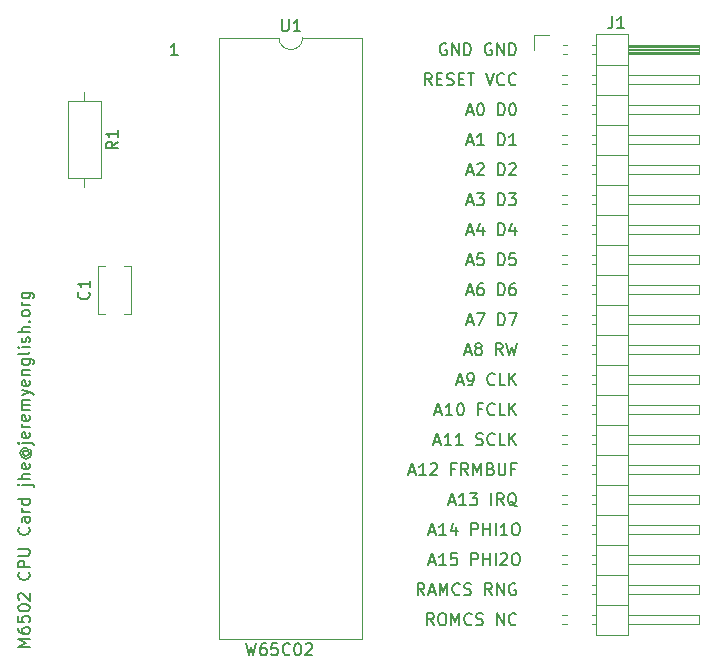
<source format=gto>
G04 #@! TF.GenerationSoftware,KiCad,Pcbnew,(5.1.12)-1*
G04 #@! TF.CreationDate,2022-10-05T17:54:17-05:00*
G04 #@! TF.ProjectId,cpu,6370752e-6b69-4636-9164-5f7063625858,rev?*
G04 #@! TF.SameCoordinates,Original*
G04 #@! TF.FileFunction,Legend,Top*
G04 #@! TF.FilePolarity,Positive*
%FSLAX46Y46*%
G04 Gerber Fmt 4.6, Leading zero omitted, Abs format (unit mm)*
G04 Created by KiCad (PCBNEW (5.1.12)-1) date 2022-10-05 17:54:17*
%MOMM*%
%LPD*%
G01*
G04 APERTURE LIST*
%ADD10C,0.150000*%
%ADD11C,0.120000*%
%ADD12O,1.700000X1.700000*%
%ADD13R,1.700000X1.700000*%
%ADD14C,1.600000*%
%ADD15O,1.600000X1.600000*%
%ADD16R,2.400000X1.600000*%
%ADD17O,2.400000X1.600000*%
G04 APERTURE END LIST*
D10*
X146429642Y-96972380D02*
X146096309Y-96496190D01*
X145858214Y-96972380D02*
X145858214Y-95972380D01*
X146239166Y-95972380D01*
X146334404Y-96020000D01*
X146382023Y-96067619D01*
X146429642Y-96162857D01*
X146429642Y-96305714D01*
X146382023Y-96400952D01*
X146334404Y-96448571D01*
X146239166Y-96496190D01*
X145858214Y-96496190D01*
X147048690Y-95972380D02*
X147239166Y-95972380D01*
X147334404Y-96020000D01*
X147429642Y-96115238D01*
X147477261Y-96305714D01*
X147477261Y-96639047D01*
X147429642Y-96829523D01*
X147334404Y-96924761D01*
X147239166Y-96972380D01*
X147048690Y-96972380D01*
X146953452Y-96924761D01*
X146858214Y-96829523D01*
X146810595Y-96639047D01*
X146810595Y-96305714D01*
X146858214Y-96115238D01*
X146953452Y-96020000D01*
X147048690Y-95972380D01*
X147905833Y-96972380D02*
X147905833Y-95972380D01*
X148239166Y-96686666D01*
X148572500Y-95972380D01*
X148572500Y-96972380D01*
X149620119Y-96877142D02*
X149572500Y-96924761D01*
X149429642Y-96972380D01*
X149334404Y-96972380D01*
X149191547Y-96924761D01*
X149096309Y-96829523D01*
X149048690Y-96734285D01*
X149001071Y-96543809D01*
X149001071Y-96400952D01*
X149048690Y-96210476D01*
X149096309Y-96115238D01*
X149191547Y-96020000D01*
X149334404Y-95972380D01*
X149429642Y-95972380D01*
X149572500Y-96020000D01*
X149620119Y-96067619D01*
X150001071Y-96924761D02*
X150143928Y-96972380D01*
X150382023Y-96972380D01*
X150477261Y-96924761D01*
X150524880Y-96877142D01*
X150572500Y-96781904D01*
X150572500Y-96686666D01*
X150524880Y-96591428D01*
X150477261Y-96543809D01*
X150382023Y-96496190D01*
X150191547Y-96448571D01*
X150096309Y-96400952D01*
X150048690Y-96353333D01*
X150001071Y-96258095D01*
X150001071Y-96162857D01*
X150048690Y-96067619D01*
X150096309Y-96020000D01*
X150191547Y-95972380D01*
X150429642Y-95972380D01*
X150572500Y-96020000D01*
X151762976Y-96972380D02*
X151762976Y-95972380D01*
X152334404Y-96972380D01*
X152334404Y-95972380D01*
X153382023Y-96877142D02*
X153334404Y-96924761D01*
X153191547Y-96972380D01*
X153096309Y-96972380D01*
X152953452Y-96924761D01*
X152858214Y-96829523D01*
X152810595Y-96734285D01*
X152762976Y-96543809D01*
X152762976Y-96400952D01*
X152810595Y-96210476D01*
X152858214Y-96115238D01*
X152953452Y-96020000D01*
X153096309Y-95972380D01*
X153191547Y-95972380D01*
X153334404Y-96020000D01*
X153382023Y-96067619D01*
X147715357Y-86526666D02*
X148191547Y-86526666D01*
X147620119Y-86812380D02*
X147953452Y-85812380D01*
X148286785Y-86812380D01*
X149143928Y-86812380D02*
X148572500Y-86812380D01*
X148858214Y-86812380D02*
X148858214Y-85812380D01*
X148762976Y-85955238D01*
X148667738Y-86050476D01*
X148572500Y-86098095D01*
X149477261Y-85812380D02*
X150096309Y-85812380D01*
X149762976Y-86193333D01*
X149905833Y-86193333D01*
X150001071Y-86240952D01*
X150048690Y-86288571D01*
X150096309Y-86383809D01*
X150096309Y-86621904D01*
X150048690Y-86717142D01*
X150001071Y-86764761D01*
X149905833Y-86812380D01*
X149620119Y-86812380D01*
X149524880Y-86764761D01*
X149477261Y-86717142D01*
X151286785Y-86812380D02*
X151286785Y-85812380D01*
X152334404Y-86812380D02*
X152001071Y-86336190D01*
X151762976Y-86812380D02*
X151762976Y-85812380D01*
X152143928Y-85812380D01*
X152239166Y-85860000D01*
X152286785Y-85907619D01*
X152334404Y-86002857D01*
X152334404Y-86145714D01*
X152286785Y-86240952D01*
X152239166Y-86288571D01*
X152143928Y-86336190D01*
X151762976Y-86336190D01*
X153429642Y-86907619D02*
X153334404Y-86860000D01*
X153239166Y-86764761D01*
X153096309Y-86621904D01*
X153001071Y-86574285D01*
X152905833Y-86574285D01*
X152953452Y-86812380D02*
X152858214Y-86764761D01*
X152762976Y-86669523D01*
X152715357Y-86479047D01*
X152715357Y-86145714D01*
X152762976Y-85955238D01*
X152858214Y-85860000D01*
X152953452Y-85812380D01*
X153143928Y-85812380D01*
X153239166Y-85860000D01*
X153334404Y-85955238D01*
X153382023Y-86145714D01*
X153382023Y-86479047D01*
X153334404Y-86669523D01*
X153239166Y-86764761D01*
X153143928Y-86812380D01*
X152953452Y-86812380D01*
X144334404Y-83986666D02*
X144810595Y-83986666D01*
X144239166Y-84272380D02*
X144572500Y-83272380D01*
X144905833Y-84272380D01*
X145762976Y-84272380D02*
X145191547Y-84272380D01*
X145477261Y-84272380D02*
X145477261Y-83272380D01*
X145382023Y-83415238D01*
X145286785Y-83510476D01*
X145191547Y-83558095D01*
X146143928Y-83367619D02*
X146191547Y-83320000D01*
X146286785Y-83272380D01*
X146524880Y-83272380D01*
X146620119Y-83320000D01*
X146667738Y-83367619D01*
X146715357Y-83462857D01*
X146715357Y-83558095D01*
X146667738Y-83700952D01*
X146096309Y-84272380D01*
X146715357Y-84272380D01*
X148239166Y-83748571D02*
X147905833Y-83748571D01*
X147905833Y-84272380D02*
X147905833Y-83272380D01*
X148382023Y-83272380D01*
X149334404Y-84272380D02*
X149001071Y-83796190D01*
X148762976Y-84272380D02*
X148762976Y-83272380D01*
X149143928Y-83272380D01*
X149239166Y-83320000D01*
X149286785Y-83367619D01*
X149334404Y-83462857D01*
X149334404Y-83605714D01*
X149286785Y-83700952D01*
X149239166Y-83748571D01*
X149143928Y-83796190D01*
X148762976Y-83796190D01*
X149762976Y-84272380D02*
X149762976Y-83272380D01*
X150096309Y-83986666D01*
X150429642Y-83272380D01*
X150429642Y-84272380D01*
X151239166Y-83748571D02*
X151382023Y-83796190D01*
X151429642Y-83843809D01*
X151477261Y-83939047D01*
X151477261Y-84081904D01*
X151429642Y-84177142D01*
X151382023Y-84224761D01*
X151286785Y-84272380D01*
X150905833Y-84272380D01*
X150905833Y-83272380D01*
X151239166Y-83272380D01*
X151334404Y-83320000D01*
X151382023Y-83367619D01*
X151429642Y-83462857D01*
X151429642Y-83558095D01*
X151382023Y-83653333D01*
X151334404Y-83700952D01*
X151239166Y-83748571D01*
X150905833Y-83748571D01*
X151905833Y-83272380D02*
X151905833Y-84081904D01*
X151953452Y-84177142D01*
X152001071Y-84224761D01*
X152096309Y-84272380D01*
X152286785Y-84272380D01*
X152382023Y-84224761D01*
X152429642Y-84177142D01*
X152477261Y-84081904D01*
X152477261Y-83272380D01*
X153286785Y-83748571D02*
X152953452Y-83748571D01*
X152953452Y-84272380D02*
X152953452Y-83272380D01*
X153429642Y-83272380D01*
X145620119Y-94432380D02*
X145286785Y-93956190D01*
X145048690Y-94432380D02*
X145048690Y-93432380D01*
X145429642Y-93432380D01*
X145524880Y-93480000D01*
X145572500Y-93527619D01*
X145620119Y-93622857D01*
X145620119Y-93765714D01*
X145572500Y-93860952D01*
X145524880Y-93908571D01*
X145429642Y-93956190D01*
X145048690Y-93956190D01*
X146001071Y-94146666D02*
X146477261Y-94146666D01*
X145905833Y-94432380D02*
X146239166Y-93432380D01*
X146572500Y-94432380D01*
X146905833Y-94432380D02*
X146905833Y-93432380D01*
X147239166Y-94146666D01*
X147572500Y-93432380D01*
X147572500Y-94432380D01*
X148620119Y-94337142D02*
X148572500Y-94384761D01*
X148429642Y-94432380D01*
X148334404Y-94432380D01*
X148191547Y-94384761D01*
X148096309Y-94289523D01*
X148048690Y-94194285D01*
X148001071Y-94003809D01*
X148001071Y-93860952D01*
X148048690Y-93670476D01*
X148096309Y-93575238D01*
X148191547Y-93480000D01*
X148334404Y-93432380D01*
X148429642Y-93432380D01*
X148572500Y-93480000D01*
X148620119Y-93527619D01*
X149001071Y-94384761D02*
X149143928Y-94432380D01*
X149382023Y-94432380D01*
X149477261Y-94384761D01*
X149524880Y-94337142D01*
X149572500Y-94241904D01*
X149572500Y-94146666D01*
X149524880Y-94051428D01*
X149477261Y-94003809D01*
X149382023Y-93956190D01*
X149191547Y-93908571D01*
X149096309Y-93860952D01*
X149048690Y-93813333D01*
X149001071Y-93718095D01*
X149001071Y-93622857D01*
X149048690Y-93527619D01*
X149096309Y-93480000D01*
X149191547Y-93432380D01*
X149429642Y-93432380D01*
X149572500Y-93480000D01*
X151334404Y-94432380D02*
X151001071Y-93956190D01*
X150762976Y-94432380D02*
X150762976Y-93432380D01*
X151143928Y-93432380D01*
X151239166Y-93480000D01*
X151286785Y-93527619D01*
X151334404Y-93622857D01*
X151334404Y-93765714D01*
X151286785Y-93860952D01*
X151239166Y-93908571D01*
X151143928Y-93956190D01*
X150762976Y-93956190D01*
X151762976Y-94432380D02*
X151762976Y-93432380D01*
X152334404Y-94432380D01*
X152334404Y-93432380D01*
X153334404Y-93480000D02*
X153239166Y-93432380D01*
X153096309Y-93432380D01*
X152953452Y-93480000D01*
X152858214Y-93575238D01*
X152810595Y-93670476D01*
X152762976Y-93860952D01*
X152762976Y-94003809D01*
X152810595Y-94194285D01*
X152858214Y-94289523D01*
X152953452Y-94384761D01*
X153096309Y-94432380D01*
X153191547Y-94432380D01*
X153334404Y-94384761D01*
X153382023Y-94337142D01*
X153382023Y-94003809D01*
X153191547Y-94003809D01*
X146026666Y-91606666D02*
X146502857Y-91606666D01*
X145931428Y-91892380D02*
X146264761Y-90892380D01*
X146598095Y-91892380D01*
X147455238Y-91892380D02*
X146883809Y-91892380D01*
X147169523Y-91892380D02*
X147169523Y-90892380D01*
X147074285Y-91035238D01*
X146979047Y-91130476D01*
X146883809Y-91178095D01*
X148360000Y-90892380D02*
X147883809Y-90892380D01*
X147836190Y-91368571D01*
X147883809Y-91320952D01*
X147979047Y-91273333D01*
X148217142Y-91273333D01*
X148312380Y-91320952D01*
X148360000Y-91368571D01*
X148407619Y-91463809D01*
X148407619Y-91701904D01*
X148360000Y-91797142D01*
X148312380Y-91844761D01*
X148217142Y-91892380D01*
X147979047Y-91892380D01*
X147883809Y-91844761D01*
X147836190Y-91797142D01*
X149598095Y-91892380D02*
X149598095Y-90892380D01*
X149979047Y-90892380D01*
X150074285Y-90940000D01*
X150121904Y-90987619D01*
X150169523Y-91082857D01*
X150169523Y-91225714D01*
X150121904Y-91320952D01*
X150074285Y-91368571D01*
X149979047Y-91416190D01*
X149598095Y-91416190D01*
X150598095Y-91892380D02*
X150598095Y-90892380D01*
X150598095Y-91368571D02*
X151169523Y-91368571D01*
X151169523Y-91892380D02*
X151169523Y-90892380D01*
X151645714Y-91892380D02*
X151645714Y-90892380D01*
X152074285Y-90987619D02*
X152121904Y-90940000D01*
X152217142Y-90892380D01*
X152455238Y-90892380D01*
X152550476Y-90940000D01*
X152598095Y-90987619D01*
X152645714Y-91082857D01*
X152645714Y-91178095D01*
X152598095Y-91320952D01*
X152026666Y-91892380D01*
X152645714Y-91892380D01*
X153264761Y-90892380D02*
X153455238Y-90892380D01*
X153550476Y-90940000D01*
X153645714Y-91035238D01*
X153693333Y-91225714D01*
X153693333Y-91559047D01*
X153645714Y-91749523D01*
X153550476Y-91844761D01*
X153455238Y-91892380D01*
X153264761Y-91892380D01*
X153169523Y-91844761D01*
X153074285Y-91749523D01*
X153026666Y-91559047D01*
X153026666Y-91225714D01*
X153074285Y-91035238D01*
X153169523Y-90940000D01*
X153264761Y-90892380D01*
X146026666Y-89066666D02*
X146502857Y-89066666D01*
X145931428Y-89352380D02*
X146264761Y-88352380D01*
X146598095Y-89352380D01*
X147455238Y-89352380D02*
X146883809Y-89352380D01*
X147169523Y-89352380D02*
X147169523Y-88352380D01*
X147074285Y-88495238D01*
X146979047Y-88590476D01*
X146883809Y-88638095D01*
X148312380Y-88685714D02*
X148312380Y-89352380D01*
X148074285Y-88304761D02*
X147836190Y-89019047D01*
X148455238Y-89019047D01*
X149598095Y-89352380D02*
X149598095Y-88352380D01*
X149979047Y-88352380D01*
X150074285Y-88400000D01*
X150121904Y-88447619D01*
X150169523Y-88542857D01*
X150169523Y-88685714D01*
X150121904Y-88780952D01*
X150074285Y-88828571D01*
X149979047Y-88876190D01*
X149598095Y-88876190D01*
X150598095Y-89352380D02*
X150598095Y-88352380D01*
X150598095Y-88828571D02*
X151169523Y-88828571D01*
X151169523Y-89352380D02*
X151169523Y-88352380D01*
X151645714Y-89352380D02*
X151645714Y-88352380D01*
X152645714Y-89352380D02*
X152074285Y-89352380D01*
X152360000Y-89352380D02*
X152360000Y-88352380D01*
X152264761Y-88495238D01*
X152169523Y-88590476D01*
X152074285Y-88638095D01*
X153264761Y-88352380D02*
X153455238Y-88352380D01*
X153550476Y-88400000D01*
X153645714Y-88495238D01*
X153693333Y-88685714D01*
X153693333Y-89019047D01*
X153645714Y-89209523D01*
X153550476Y-89304761D01*
X153455238Y-89352380D01*
X153264761Y-89352380D01*
X153169523Y-89304761D01*
X153074285Y-89209523D01*
X153026666Y-89019047D01*
X153026666Y-88685714D01*
X153074285Y-88495238D01*
X153169523Y-88400000D01*
X153264761Y-88352380D01*
X146477261Y-81446666D02*
X146953452Y-81446666D01*
X146382023Y-81732380D02*
X146715357Y-80732380D01*
X147048690Y-81732380D01*
X147905833Y-81732380D02*
X147334404Y-81732380D01*
X147620119Y-81732380D02*
X147620119Y-80732380D01*
X147524880Y-80875238D01*
X147429642Y-80970476D01*
X147334404Y-81018095D01*
X148858214Y-81732380D02*
X148286785Y-81732380D01*
X148572500Y-81732380D02*
X148572500Y-80732380D01*
X148477261Y-80875238D01*
X148382023Y-80970476D01*
X148286785Y-81018095D01*
X150001071Y-81684761D02*
X150143928Y-81732380D01*
X150382023Y-81732380D01*
X150477261Y-81684761D01*
X150524880Y-81637142D01*
X150572500Y-81541904D01*
X150572500Y-81446666D01*
X150524880Y-81351428D01*
X150477261Y-81303809D01*
X150382023Y-81256190D01*
X150191547Y-81208571D01*
X150096309Y-81160952D01*
X150048690Y-81113333D01*
X150001071Y-81018095D01*
X150001071Y-80922857D01*
X150048690Y-80827619D01*
X150096309Y-80780000D01*
X150191547Y-80732380D01*
X150429642Y-80732380D01*
X150572500Y-80780000D01*
X151572500Y-81637142D02*
X151524880Y-81684761D01*
X151382023Y-81732380D01*
X151286785Y-81732380D01*
X151143928Y-81684761D01*
X151048690Y-81589523D01*
X151001071Y-81494285D01*
X150953452Y-81303809D01*
X150953452Y-81160952D01*
X151001071Y-80970476D01*
X151048690Y-80875238D01*
X151143928Y-80780000D01*
X151286785Y-80732380D01*
X151382023Y-80732380D01*
X151524880Y-80780000D01*
X151572500Y-80827619D01*
X152477261Y-81732380D02*
X152001071Y-81732380D01*
X152001071Y-80732380D01*
X152810595Y-81732380D02*
X152810595Y-80732380D01*
X153382023Y-81732380D02*
X152953452Y-81160952D01*
X153382023Y-80732380D02*
X152810595Y-81303809D01*
X146572500Y-78906666D02*
X147048690Y-78906666D01*
X146477261Y-79192380D02*
X146810595Y-78192380D01*
X147143928Y-79192380D01*
X148001071Y-79192380D02*
X147429642Y-79192380D01*
X147715357Y-79192380D02*
X147715357Y-78192380D01*
X147620119Y-78335238D01*
X147524880Y-78430476D01*
X147429642Y-78478095D01*
X148620119Y-78192380D02*
X148715357Y-78192380D01*
X148810595Y-78240000D01*
X148858214Y-78287619D01*
X148905833Y-78382857D01*
X148953452Y-78573333D01*
X148953452Y-78811428D01*
X148905833Y-79001904D01*
X148858214Y-79097142D01*
X148810595Y-79144761D01*
X148715357Y-79192380D01*
X148620119Y-79192380D01*
X148524880Y-79144761D01*
X148477261Y-79097142D01*
X148429642Y-79001904D01*
X148382023Y-78811428D01*
X148382023Y-78573333D01*
X148429642Y-78382857D01*
X148477261Y-78287619D01*
X148524880Y-78240000D01*
X148620119Y-78192380D01*
X150477261Y-78668571D02*
X150143928Y-78668571D01*
X150143928Y-79192380D02*
X150143928Y-78192380D01*
X150620119Y-78192380D01*
X151572500Y-79097142D02*
X151524880Y-79144761D01*
X151382023Y-79192380D01*
X151286785Y-79192380D01*
X151143928Y-79144761D01*
X151048690Y-79049523D01*
X151001071Y-78954285D01*
X150953452Y-78763809D01*
X150953452Y-78620952D01*
X151001071Y-78430476D01*
X151048690Y-78335238D01*
X151143928Y-78240000D01*
X151286785Y-78192380D01*
X151382023Y-78192380D01*
X151524880Y-78240000D01*
X151572500Y-78287619D01*
X152477261Y-79192380D02*
X152001071Y-79192380D01*
X152001071Y-78192380D01*
X152810595Y-79192380D02*
X152810595Y-78192380D01*
X153382023Y-79192380D02*
X152953452Y-78620952D01*
X153382023Y-78192380D02*
X152810595Y-78763809D01*
X148382023Y-76366666D02*
X148858214Y-76366666D01*
X148286785Y-76652380D02*
X148620119Y-75652380D01*
X148953452Y-76652380D01*
X149334404Y-76652380D02*
X149524880Y-76652380D01*
X149620119Y-76604761D01*
X149667738Y-76557142D01*
X149762976Y-76414285D01*
X149810595Y-76223809D01*
X149810595Y-75842857D01*
X149762976Y-75747619D01*
X149715357Y-75700000D01*
X149620119Y-75652380D01*
X149429642Y-75652380D01*
X149334404Y-75700000D01*
X149286785Y-75747619D01*
X149239166Y-75842857D01*
X149239166Y-76080952D01*
X149286785Y-76176190D01*
X149334404Y-76223809D01*
X149429642Y-76271428D01*
X149620119Y-76271428D01*
X149715357Y-76223809D01*
X149762976Y-76176190D01*
X149810595Y-76080952D01*
X151572500Y-76557142D02*
X151524880Y-76604761D01*
X151382023Y-76652380D01*
X151286785Y-76652380D01*
X151143928Y-76604761D01*
X151048690Y-76509523D01*
X151001071Y-76414285D01*
X150953452Y-76223809D01*
X150953452Y-76080952D01*
X151001071Y-75890476D01*
X151048690Y-75795238D01*
X151143928Y-75700000D01*
X151286785Y-75652380D01*
X151382023Y-75652380D01*
X151524880Y-75700000D01*
X151572500Y-75747619D01*
X152477261Y-76652380D02*
X152001071Y-76652380D01*
X152001071Y-75652380D01*
X152810595Y-76652380D02*
X152810595Y-75652380D01*
X153382023Y-76652380D02*
X152953452Y-76080952D01*
X153382023Y-75652380D02*
X152810595Y-76223809D01*
X149048690Y-73826666D02*
X149524880Y-73826666D01*
X148953452Y-74112380D02*
X149286785Y-73112380D01*
X149620119Y-74112380D01*
X150096309Y-73540952D02*
X150001071Y-73493333D01*
X149953452Y-73445714D01*
X149905833Y-73350476D01*
X149905833Y-73302857D01*
X149953452Y-73207619D01*
X150001071Y-73160000D01*
X150096309Y-73112380D01*
X150286785Y-73112380D01*
X150382023Y-73160000D01*
X150429642Y-73207619D01*
X150477261Y-73302857D01*
X150477261Y-73350476D01*
X150429642Y-73445714D01*
X150382023Y-73493333D01*
X150286785Y-73540952D01*
X150096309Y-73540952D01*
X150001071Y-73588571D01*
X149953452Y-73636190D01*
X149905833Y-73731428D01*
X149905833Y-73921904D01*
X149953452Y-74017142D01*
X150001071Y-74064761D01*
X150096309Y-74112380D01*
X150286785Y-74112380D01*
X150382023Y-74064761D01*
X150429642Y-74017142D01*
X150477261Y-73921904D01*
X150477261Y-73731428D01*
X150429642Y-73636190D01*
X150382023Y-73588571D01*
X150286785Y-73540952D01*
X152239166Y-74112380D02*
X151905833Y-73636190D01*
X151667738Y-74112380D02*
X151667738Y-73112380D01*
X152048690Y-73112380D01*
X152143928Y-73160000D01*
X152191547Y-73207619D01*
X152239166Y-73302857D01*
X152239166Y-73445714D01*
X152191547Y-73540952D01*
X152143928Y-73588571D01*
X152048690Y-73636190D01*
X151667738Y-73636190D01*
X152572500Y-73112380D02*
X152810595Y-74112380D01*
X153001071Y-73398095D01*
X153191547Y-74112380D01*
X153429642Y-73112380D01*
X149239166Y-71286666D02*
X149715357Y-71286666D01*
X149143928Y-71572380D02*
X149477261Y-70572380D01*
X149810595Y-71572380D01*
X150048690Y-70572380D02*
X150715357Y-70572380D01*
X150286785Y-71572380D01*
X151858214Y-71572380D02*
X151858214Y-70572380D01*
X152096309Y-70572380D01*
X152239166Y-70620000D01*
X152334404Y-70715238D01*
X152382023Y-70810476D01*
X152429642Y-71000952D01*
X152429642Y-71143809D01*
X152382023Y-71334285D01*
X152334404Y-71429523D01*
X152239166Y-71524761D01*
X152096309Y-71572380D01*
X151858214Y-71572380D01*
X152762976Y-70572380D02*
X153429642Y-70572380D01*
X153001071Y-71572380D01*
X149239166Y-68746666D02*
X149715357Y-68746666D01*
X149143928Y-69032380D02*
X149477261Y-68032380D01*
X149810595Y-69032380D01*
X150572500Y-68032380D02*
X150382023Y-68032380D01*
X150286785Y-68080000D01*
X150239166Y-68127619D01*
X150143928Y-68270476D01*
X150096309Y-68460952D01*
X150096309Y-68841904D01*
X150143928Y-68937142D01*
X150191547Y-68984761D01*
X150286785Y-69032380D01*
X150477261Y-69032380D01*
X150572500Y-68984761D01*
X150620119Y-68937142D01*
X150667738Y-68841904D01*
X150667738Y-68603809D01*
X150620119Y-68508571D01*
X150572500Y-68460952D01*
X150477261Y-68413333D01*
X150286785Y-68413333D01*
X150191547Y-68460952D01*
X150143928Y-68508571D01*
X150096309Y-68603809D01*
X151858214Y-69032380D02*
X151858214Y-68032380D01*
X152096309Y-68032380D01*
X152239166Y-68080000D01*
X152334404Y-68175238D01*
X152382023Y-68270476D01*
X152429642Y-68460952D01*
X152429642Y-68603809D01*
X152382023Y-68794285D01*
X152334404Y-68889523D01*
X152239166Y-68984761D01*
X152096309Y-69032380D01*
X151858214Y-69032380D01*
X153286785Y-68032380D02*
X153096309Y-68032380D01*
X153001071Y-68080000D01*
X152953452Y-68127619D01*
X152858214Y-68270476D01*
X152810595Y-68460952D01*
X152810595Y-68841904D01*
X152858214Y-68937142D01*
X152905833Y-68984761D01*
X153001071Y-69032380D01*
X153191547Y-69032380D01*
X153286785Y-68984761D01*
X153334404Y-68937142D01*
X153382023Y-68841904D01*
X153382023Y-68603809D01*
X153334404Y-68508571D01*
X153286785Y-68460952D01*
X153191547Y-68413333D01*
X153001071Y-68413333D01*
X152905833Y-68460952D01*
X152858214Y-68508571D01*
X152810595Y-68603809D01*
X149239166Y-66206666D02*
X149715357Y-66206666D01*
X149143928Y-66492380D02*
X149477261Y-65492380D01*
X149810595Y-66492380D01*
X150620119Y-65492380D02*
X150143928Y-65492380D01*
X150096309Y-65968571D01*
X150143928Y-65920952D01*
X150239166Y-65873333D01*
X150477261Y-65873333D01*
X150572500Y-65920952D01*
X150620119Y-65968571D01*
X150667738Y-66063809D01*
X150667738Y-66301904D01*
X150620119Y-66397142D01*
X150572500Y-66444761D01*
X150477261Y-66492380D01*
X150239166Y-66492380D01*
X150143928Y-66444761D01*
X150096309Y-66397142D01*
X151858214Y-66492380D02*
X151858214Y-65492380D01*
X152096309Y-65492380D01*
X152239166Y-65540000D01*
X152334404Y-65635238D01*
X152382023Y-65730476D01*
X152429642Y-65920952D01*
X152429642Y-66063809D01*
X152382023Y-66254285D01*
X152334404Y-66349523D01*
X152239166Y-66444761D01*
X152096309Y-66492380D01*
X151858214Y-66492380D01*
X153334404Y-65492380D02*
X152858214Y-65492380D01*
X152810595Y-65968571D01*
X152858214Y-65920952D01*
X152953452Y-65873333D01*
X153191547Y-65873333D01*
X153286785Y-65920952D01*
X153334404Y-65968571D01*
X153382023Y-66063809D01*
X153382023Y-66301904D01*
X153334404Y-66397142D01*
X153286785Y-66444761D01*
X153191547Y-66492380D01*
X152953452Y-66492380D01*
X152858214Y-66444761D01*
X152810595Y-66397142D01*
X149239166Y-63666666D02*
X149715357Y-63666666D01*
X149143928Y-63952380D02*
X149477261Y-62952380D01*
X149810595Y-63952380D01*
X150572500Y-63285714D02*
X150572500Y-63952380D01*
X150334404Y-62904761D02*
X150096309Y-63619047D01*
X150715357Y-63619047D01*
X151858214Y-63952380D02*
X151858214Y-62952380D01*
X152096309Y-62952380D01*
X152239166Y-63000000D01*
X152334404Y-63095238D01*
X152382023Y-63190476D01*
X152429642Y-63380952D01*
X152429642Y-63523809D01*
X152382023Y-63714285D01*
X152334404Y-63809523D01*
X152239166Y-63904761D01*
X152096309Y-63952380D01*
X151858214Y-63952380D01*
X153286785Y-63285714D02*
X153286785Y-63952380D01*
X153048690Y-62904761D02*
X152810595Y-63619047D01*
X153429642Y-63619047D01*
X149239166Y-61126666D02*
X149715357Y-61126666D01*
X149143928Y-61412380D02*
X149477261Y-60412380D01*
X149810595Y-61412380D01*
X150048690Y-60412380D02*
X150667738Y-60412380D01*
X150334404Y-60793333D01*
X150477261Y-60793333D01*
X150572500Y-60840952D01*
X150620119Y-60888571D01*
X150667738Y-60983809D01*
X150667738Y-61221904D01*
X150620119Y-61317142D01*
X150572500Y-61364761D01*
X150477261Y-61412380D01*
X150191547Y-61412380D01*
X150096309Y-61364761D01*
X150048690Y-61317142D01*
X151858214Y-61412380D02*
X151858214Y-60412380D01*
X152096309Y-60412380D01*
X152239166Y-60460000D01*
X152334404Y-60555238D01*
X152382023Y-60650476D01*
X152429642Y-60840952D01*
X152429642Y-60983809D01*
X152382023Y-61174285D01*
X152334404Y-61269523D01*
X152239166Y-61364761D01*
X152096309Y-61412380D01*
X151858214Y-61412380D01*
X152762976Y-60412380D02*
X153382023Y-60412380D01*
X153048690Y-60793333D01*
X153191547Y-60793333D01*
X153286785Y-60840952D01*
X153334404Y-60888571D01*
X153382023Y-60983809D01*
X153382023Y-61221904D01*
X153334404Y-61317142D01*
X153286785Y-61364761D01*
X153191547Y-61412380D01*
X152905833Y-61412380D01*
X152810595Y-61364761D01*
X152762976Y-61317142D01*
X149239166Y-58586666D02*
X149715357Y-58586666D01*
X149143928Y-58872380D02*
X149477261Y-57872380D01*
X149810595Y-58872380D01*
X150096309Y-57967619D02*
X150143928Y-57920000D01*
X150239166Y-57872380D01*
X150477261Y-57872380D01*
X150572500Y-57920000D01*
X150620119Y-57967619D01*
X150667738Y-58062857D01*
X150667738Y-58158095D01*
X150620119Y-58300952D01*
X150048690Y-58872380D01*
X150667738Y-58872380D01*
X151858214Y-58872380D02*
X151858214Y-57872380D01*
X152096309Y-57872380D01*
X152239166Y-57920000D01*
X152334404Y-58015238D01*
X152382023Y-58110476D01*
X152429642Y-58300952D01*
X152429642Y-58443809D01*
X152382023Y-58634285D01*
X152334404Y-58729523D01*
X152239166Y-58824761D01*
X152096309Y-58872380D01*
X151858214Y-58872380D01*
X152810595Y-57967619D02*
X152858214Y-57920000D01*
X152953452Y-57872380D01*
X153191547Y-57872380D01*
X153286785Y-57920000D01*
X153334404Y-57967619D01*
X153382023Y-58062857D01*
X153382023Y-58158095D01*
X153334404Y-58300952D01*
X152762976Y-58872380D01*
X153382023Y-58872380D01*
X149239166Y-56046666D02*
X149715357Y-56046666D01*
X149143928Y-56332380D02*
X149477261Y-55332380D01*
X149810595Y-56332380D01*
X150667738Y-56332380D02*
X150096309Y-56332380D01*
X150382023Y-56332380D02*
X150382023Y-55332380D01*
X150286785Y-55475238D01*
X150191547Y-55570476D01*
X150096309Y-55618095D01*
X151858214Y-56332380D02*
X151858214Y-55332380D01*
X152096309Y-55332380D01*
X152239166Y-55380000D01*
X152334404Y-55475238D01*
X152382023Y-55570476D01*
X152429642Y-55760952D01*
X152429642Y-55903809D01*
X152382023Y-56094285D01*
X152334404Y-56189523D01*
X152239166Y-56284761D01*
X152096309Y-56332380D01*
X151858214Y-56332380D01*
X153382023Y-56332380D02*
X152810595Y-56332380D01*
X153096309Y-56332380D02*
X153096309Y-55332380D01*
X153001071Y-55475238D01*
X152905833Y-55570476D01*
X152810595Y-55618095D01*
X149239166Y-53506666D02*
X149715357Y-53506666D01*
X149143928Y-53792380D02*
X149477261Y-52792380D01*
X149810595Y-53792380D01*
X150334404Y-52792380D02*
X150429642Y-52792380D01*
X150524880Y-52840000D01*
X150572500Y-52887619D01*
X150620119Y-52982857D01*
X150667738Y-53173333D01*
X150667738Y-53411428D01*
X150620119Y-53601904D01*
X150572500Y-53697142D01*
X150524880Y-53744761D01*
X150429642Y-53792380D01*
X150334404Y-53792380D01*
X150239166Y-53744761D01*
X150191547Y-53697142D01*
X150143928Y-53601904D01*
X150096309Y-53411428D01*
X150096309Y-53173333D01*
X150143928Y-52982857D01*
X150191547Y-52887619D01*
X150239166Y-52840000D01*
X150334404Y-52792380D01*
X151858214Y-53792380D02*
X151858214Y-52792380D01*
X152096309Y-52792380D01*
X152239166Y-52840000D01*
X152334404Y-52935238D01*
X152382023Y-53030476D01*
X152429642Y-53220952D01*
X152429642Y-53363809D01*
X152382023Y-53554285D01*
X152334404Y-53649523D01*
X152239166Y-53744761D01*
X152096309Y-53792380D01*
X151858214Y-53792380D01*
X153048690Y-52792380D02*
X153143928Y-52792380D01*
X153239166Y-52840000D01*
X153286785Y-52887619D01*
X153334404Y-52982857D01*
X153382023Y-53173333D01*
X153382023Y-53411428D01*
X153334404Y-53601904D01*
X153286785Y-53697142D01*
X153239166Y-53744761D01*
X153143928Y-53792380D01*
X153048690Y-53792380D01*
X152953452Y-53744761D01*
X152905833Y-53697142D01*
X152858214Y-53601904D01*
X152810595Y-53411428D01*
X152810595Y-53173333D01*
X152858214Y-52982857D01*
X152905833Y-52887619D01*
X152953452Y-52840000D01*
X153048690Y-52792380D01*
X146239166Y-51252380D02*
X145905833Y-50776190D01*
X145667738Y-51252380D02*
X145667738Y-50252380D01*
X146048690Y-50252380D01*
X146143928Y-50300000D01*
X146191547Y-50347619D01*
X146239166Y-50442857D01*
X146239166Y-50585714D01*
X146191547Y-50680952D01*
X146143928Y-50728571D01*
X146048690Y-50776190D01*
X145667738Y-50776190D01*
X146667738Y-50728571D02*
X147001071Y-50728571D01*
X147143928Y-51252380D02*
X146667738Y-51252380D01*
X146667738Y-50252380D01*
X147143928Y-50252380D01*
X147524880Y-51204761D02*
X147667738Y-51252380D01*
X147905833Y-51252380D01*
X148001071Y-51204761D01*
X148048690Y-51157142D01*
X148096309Y-51061904D01*
X148096309Y-50966666D01*
X148048690Y-50871428D01*
X148001071Y-50823809D01*
X147905833Y-50776190D01*
X147715357Y-50728571D01*
X147620119Y-50680952D01*
X147572500Y-50633333D01*
X147524880Y-50538095D01*
X147524880Y-50442857D01*
X147572500Y-50347619D01*
X147620119Y-50300000D01*
X147715357Y-50252380D01*
X147953452Y-50252380D01*
X148096309Y-50300000D01*
X148524880Y-50728571D02*
X148858214Y-50728571D01*
X149001071Y-51252380D02*
X148524880Y-51252380D01*
X148524880Y-50252380D01*
X149001071Y-50252380D01*
X149286785Y-50252380D02*
X149858214Y-50252380D01*
X149572500Y-51252380D02*
X149572500Y-50252380D01*
X150810595Y-50252380D02*
X151143928Y-51252380D01*
X151477261Y-50252380D01*
X152382023Y-51157142D02*
X152334404Y-51204761D01*
X152191547Y-51252380D01*
X152096309Y-51252380D01*
X151953452Y-51204761D01*
X151858214Y-51109523D01*
X151810595Y-51014285D01*
X151762976Y-50823809D01*
X151762976Y-50680952D01*
X151810595Y-50490476D01*
X151858214Y-50395238D01*
X151953452Y-50300000D01*
X152096309Y-50252380D01*
X152191547Y-50252380D01*
X152334404Y-50300000D01*
X152382023Y-50347619D01*
X153382023Y-51157142D02*
X153334404Y-51204761D01*
X153191547Y-51252380D01*
X153096309Y-51252380D01*
X152953452Y-51204761D01*
X152858214Y-51109523D01*
X152810595Y-51014285D01*
X152762976Y-50823809D01*
X152762976Y-50680952D01*
X152810595Y-50490476D01*
X152858214Y-50395238D01*
X152953452Y-50300000D01*
X153096309Y-50252380D01*
X153191547Y-50252380D01*
X153334404Y-50300000D01*
X153382023Y-50347619D01*
X147477261Y-47760000D02*
X147382023Y-47712380D01*
X147239166Y-47712380D01*
X147096309Y-47760000D01*
X147001071Y-47855238D01*
X146953452Y-47950476D01*
X146905833Y-48140952D01*
X146905833Y-48283809D01*
X146953452Y-48474285D01*
X147001071Y-48569523D01*
X147096309Y-48664761D01*
X147239166Y-48712380D01*
X147334404Y-48712380D01*
X147477261Y-48664761D01*
X147524880Y-48617142D01*
X147524880Y-48283809D01*
X147334404Y-48283809D01*
X147953452Y-48712380D02*
X147953452Y-47712380D01*
X148524880Y-48712380D01*
X148524880Y-47712380D01*
X149001071Y-48712380D02*
X149001071Y-47712380D01*
X149239166Y-47712380D01*
X149382023Y-47760000D01*
X149477261Y-47855238D01*
X149524880Y-47950476D01*
X149572500Y-48140952D01*
X149572500Y-48283809D01*
X149524880Y-48474285D01*
X149477261Y-48569523D01*
X149382023Y-48664761D01*
X149239166Y-48712380D01*
X149001071Y-48712380D01*
X151286785Y-47760000D02*
X151191547Y-47712380D01*
X151048690Y-47712380D01*
X150905833Y-47760000D01*
X150810595Y-47855238D01*
X150762976Y-47950476D01*
X150715357Y-48140952D01*
X150715357Y-48283809D01*
X150762976Y-48474285D01*
X150810595Y-48569523D01*
X150905833Y-48664761D01*
X151048690Y-48712380D01*
X151143928Y-48712380D01*
X151286785Y-48664761D01*
X151334404Y-48617142D01*
X151334404Y-48283809D01*
X151143928Y-48283809D01*
X151762976Y-48712380D02*
X151762976Y-47712380D01*
X152334404Y-48712380D01*
X152334404Y-47712380D01*
X152810595Y-48712380D02*
X152810595Y-47712380D01*
X153048690Y-47712380D01*
X153191547Y-47760000D01*
X153286785Y-47855238D01*
X153334404Y-47950476D01*
X153382023Y-48140952D01*
X153382023Y-48283809D01*
X153334404Y-48474285D01*
X153286785Y-48569523D01*
X153191547Y-48664761D01*
X153048690Y-48712380D01*
X152810595Y-48712380D01*
X130516666Y-98512380D02*
X130754761Y-99512380D01*
X130945238Y-98798095D01*
X131135714Y-99512380D01*
X131373809Y-98512380D01*
X132183333Y-98512380D02*
X131992857Y-98512380D01*
X131897619Y-98560000D01*
X131850000Y-98607619D01*
X131754761Y-98750476D01*
X131707142Y-98940952D01*
X131707142Y-99321904D01*
X131754761Y-99417142D01*
X131802380Y-99464761D01*
X131897619Y-99512380D01*
X132088095Y-99512380D01*
X132183333Y-99464761D01*
X132230952Y-99417142D01*
X132278571Y-99321904D01*
X132278571Y-99083809D01*
X132230952Y-98988571D01*
X132183333Y-98940952D01*
X132088095Y-98893333D01*
X131897619Y-98893333D01*
X131802380Y-98940952D01*
X131754761Y-98988571D01*
X131707142Y-99083809D01*
X133183333Y-98512380D02*
X132707142Y-98512380D01*
X132659523Y-98988571D01*
X132707142Y-98940952D01*
X132802380Y-98893333D01*
X133040476Y-98893333D01*
X133135714Y-98940952D01*
X133183333Y-98988571D01*
X133230952Y-99083809D01*
X133230952Y-99321904D01*
X133183333Y-99417142D01*
X133135714Y-99464761D01*
X133040476Y-99512380D01*
X132802380Y-99512380D01*
X132707142Y-99464761D01*
X132659523Y-99417142D01*
X134230952Y-99417142D02*
X134183333Y-99464761D01*
X134040476Y-99512380D01*
X133945238Y-99512380D01*
X133802380Y-99464761D01*
X133707142Y-99369523D01*
X133659523Y-99274285D01*
X133611904Y-99083809D01*
X133611904Y-98940952D01*
X133659523Y-98750476D01*
X133707142Y-98655238D01*
X133802380Y-98560000D01*
X133945238Y-98512380D01*
X134040476Y-98512380D01*
X134183333Y-98560000D01*
X134230952Y-98607619D01*
X134850000Y-98512380D02*
X134945238Y-98512380D01*
X135040476Y-98560000D01*
X135088095Y-98607619D01*
X135135714Y-98702857D01*
X135183333Y-98893333D01*
X135183333Y-99131428D01*
X135135714Y-99321904D01*
X135088095Y-99417142D01*
X135040476Y-99464761D01*
X134945238Y-99512380D01*
X134850000Y-99512380D01*
X134754761Y-99464761D01*
X134707142Y-99417142D01*
X134659523Y-99321904D01*
X134611904Y-99131428D01*
X134611904Y-98893333D01*
X134659523Y-98702857D01*
X134707142Y-98607619D01*
X134754761Y-98560000D01*
X134850000Y-98512380D01*
X135564285Y-98607619D02*
X135611904Y-98560000D01*
X135707142Y-98512380D01*
X135945238Y-98512380D01*
X136040476Y-98560000D01*
X136088095Y-98607619D01*
X136135714Y-98702857D01*
X136135714Y-98798095D01*
X136088095Y-98940952D01*
X135516666Y-99512380D01*
X136135714Y-99512380D01*
X124745714Y-48712380D02*
X124174285Y-48712380D01*
X124460000Y-48712380D02*
X124460000Y-47712380D01*
X124364761Y-47855238D01*
X124269523Y-47950476D01*
X124174285Y-47998095D01*
X112212380Y-98796190D02*
X111212380Y-98796190D01*
X111926666Y-98462857D01*
X111212380Y-98129523D01*
X112212380Y-98129523D01*
X111212380Y-97224761D02*
X111212380Y-97415238D01*
X111260000Y-97510476D01*
X111307619Y-97558095D01*
X111450476Y-97653333D01*
X111640952Y-97700952D01*
X112021904Y-97700952D01*
X112117142Y-97653333D01*
X112164761Y-97605714D01*
X112212380Y-97510476D01*
X112212380Y-97320000D01*
X112164761Y-97224761D01*
X112117142Y-97177142D01*
X112021904Y-97129523D01*
X111783809Y-97129523D01*
X111688571Y-97177142D01*
X111640952Y-97224761D01*
X111593333Y-97320000D01*
X111593333Y-97510476D01*
X111640952Y-97605714D01*
X111688571Y-97653333D01*
X111783809Y-97700952D01*
X111212380Y-96224761D02*
X111212380Y-96700952D01*
X111688571Y-96748571D01*
X111640952Y-96700952D01*
X111593333Y-96605714D01*
X111593333Y-96367619D01*
X111640952Y-96272380D01*
X111688571Y-96224761D01*
X111783809Y-96177142D01*
X112021904Y-96177142D01*
X112117142Y-96224761D01*
X112164761Y-96272380D01*
X112212380Y-96367619D01*
X112212380Y-96605714D01*
X112164761Y-96700952D01*
X112117142Y-96748571D01*
X111212380Y-95558095D02*
X111212380Y-95462857D01*
X111260000Y-95367619D01*
X111307619Y-95320000D01*
X111402857Y-95272380D01*
X111593333Y-95224761D01*
X111831428Y-95224761D01*
X112021904Y-95272380D01*
X112117142Y-95320000D01*
X112164761Y-95367619D01*
X112212380Y-95462857D01*
X112212380Y-95558095D01*
X112164761Y-95653333D01*
X112117142Y-95700952D01*
X112021904Y-95748571D01*
X111831428Y-95796190D01*
X111593333Y-95796190D01*
X111402857Y-95748571D01*
X111307619Y-95700952D01*
X111260000Y-95653333D01*
X111212380Y-95558095D01*
X111307619Y-94843809D02*
X111260000Y-94796190D01*
X111212380Y-94700952D01*
X111212380Y-94462857D01*
X111260000Y-94367619D01*
X111307619Y-94320000D01*
X111402857Y-94272380D01*
X111498095Y-94272380D01*
X111640952Y-94320000D01*
X112212380Y-94891428D01*
X112212380Y-94272380D01*
X112117142Y-92510476D02*
X112164761Y-92558095D01*
X112212380Y-92700952D01*
X112212380Y-92796190D01*
X112164761Y-92939047D01*
X112069523Y-93034285D01*
X111974285Y-93081904D01*
X111783809Y-93129523D01*
X111640952Y-93129523D01*
X111450476Y-93081904D01*
X111355238Y-93034285D01*
X111260000Y-92939047D01*
X111212380Y-92796190D01*
X111212380Y-92700952D01*
X111260000Y-92558095D01*
X111307619Y-92510476D01*
X112212380Y-92081904D02*
X111212380Y-92081904D01*
X111212380Y-91700952D01*
X111260000Y-91605714D01*
X111307619Y-91558095D01*
X111402857Y-91510476D01*
X111545714Y-91510476D01*
X111640952Y-91558095D01*
X111688571Y-91605714D01*
X111736190Y-91700952D01*
X111736190Y-92081904D01*
X111212380Y-91081904D02*
X112021904Y-91081904D01*
X112117142Y-91034285D01*
X112164761Y-90986666D01*
X112212380Y-90891428D01*
X112212380Y-90700952D01*
X112164761Y-90605714D01*
X112117142Y-90558095D01*
X112021904Y-90510476D01*
X111212380Y-90510476D01*
X112117142Y-88700952D02*
X112164761Y-88748571D01*
X112212380Y-88891428D01*
X112212380Y-88986666D01*
X112164761Y-89129523D01*
X112069523Y-89224761D01*
X111974285Y-89272380D01*
X111783809Y-89320000D01*
X111640952Y-89320000D01*
X111450476Y-89272380D01*
X111355238Y-89224761D01*
X111260000Y-89129523D01*
X111212380Y-88986666D01*
X111212380Y-88891428D01*
X111260000Y-88748571D01*
X111307619Y-88700952D01*
X112212380Y-87843809D02*
X111688571Y-87843809D01*
X111593333Y-87891428D01*
X111545714Y-87986666D01*
X111545714Y-88177142D01*
X111593333Y-88272380D01*
X112164761Y-87843809D02*
X112212380Y-87939047D01*
X112212380Y-88177142D01*
X112164761Y-88272380D01*
X112069523Y-88320000D01*
X111974285Y-88320000D01*
X111879047Y-88272380D01*
X111831428Y-88177142D01*
X111831428Y-87939047D01*
X111783809Y-87843809D01*
X112212380Y-87367619D02*
X111545714Y-87367619D01*
X111736190Y-87367619D02*
X111640952Y-87320000D01*
X111593333Y-87272380D01*
X111545714Y-87177142D01*
X111545714Y-87081904D01*
X112212380Y-86320000D02*
X111212380Y-86320000D01*
X112164761Y-86320000D02*
X112212380Y-86415238D01*
X112212380Y-86605714D01*
X112164761Y-86700952D01*
X112117142Y-86748571D01*
X112021904Y-86796190D01*
X111736190Y-86796190D01*
X111640952Y-86748571D01*
X111593333Y-86700952D01*
X111545714Y-86605714D01*
X111545714Y-86415238D01*
X111593333Y-86320000D01*
X111545714Y-85081904D02*
X112402857Y-85081904D01*
X112498095Y-85129523D01*
X112545714Y-85224761D01*
X112545714Y-85272380D01*
X111212380Y-85081904D02*
X111260000Y-85129523D01*
X111307619Y-85081904D01*
X111260000Y-85034285D01*
X111212380Y-85081904D01*
X111307619Y-85081904D01*
X112212380Y-84605714D02*
X111212380Y-84605714D01*
X112212380Y-84177142D02*
X111688571Y-84177142D01*
X111593333Y-84224761D01*
X111545714Y-84320000D01*
X111545714Y-84462857D01*
X111593333Y-84558095D01*
X111640952Y-84605714D01*
X112164761Y-83320000D02*
X112212380Y-83415238D01*
X112212380Y-83605714D01*
X112164761Y-83700952D01*
X112069523Y-83748571D01*
X111688571Y-83748571D01*
X111593333Y-83700952D01*
X111545714Y-83605714D01*
X111545714Y-83415238D01*
X111593333Y-83320000D01*
X111688571Y-83272380D01*
X111783809Y-83272380D01*
X111879047Y-83748571D01*
X111736190Y-82224761D02*
X111688571Y-82272380D01*
X111640952Y-82367619D01*
X111640952Y-82462857D01*
X111688571Y-82558095D01*
X111736190Y-82605714D01*
X111831428Y-82653333D01*
X111926666Y-82653333D01*
X112021904Y-82605714D01*
X112069523Y-82558095D01*
X112117142Y-82462857D01*
X112117142Y-82367619D01*
X112069523Y-82272380D01*
X112021904Y-82224761D01*
X111640952Y-82224761D02*
X112021904Y-82224761D01*
X112069523Y-82177142D01*
X112069523Y-82129523D01*
X112021904Y-82034285D01*
X111926666Y-81986666D01*
X111688571Y-81986666D01*
X111545714Y-82081904D01*
X111450476Y-82224761D01*
X111402857Y-82415238D01*
X111450476Y-82605714D01*
X111545714Y-82748571D01*
X111688571Y-82843809D01*
X111879047Y-82891428D01*
X112069523Y-82843809D01*
X112212380Y-82748571D01*
X112307619Y-82605714D01*
X112355238Y-82415238D01*
X112307619Y-82224761D01*
X112212380Y-82081904D01*
X111545714Y-81558095D02*
X112402857Y-81558095D01*
X112498095Y-81605714D01*
X112545714Y-81700952D01*
X112545714Y-81748571D01*
X111212380Y-81558095D02*
X111260000Y-81605714D01*
X111307619Y-81558095D01*
X111260000Y-81510476D01*
X111212380Y-81558095D01*
X111307619Y-81558095D01*
X112164761Y-80700952D02*
X112212380Y-80796190D01*
X112212380Y-80986666D01*
X112164761Y-81081904D01*
X112069523Y-81129523D01*
X111688571Y-81129523D01*
X111593333Y-81081904D01*
X111545714Y-80986666D01*
X111545714Y-80796190D01*
X111593333Y-80700952D01*
X111688571Y-80653333D01*
X111783809Y-80653333D01*
X111879047Y-81129523D01*
X112212380Y-80224761D02*
X111545714Y-80224761D01*
X111736190Y-80224761D02*
X111640952Y-80177142D01*
X111593333Y-80129523D01*
X111545714Y-80034285D01*
X111545714Y-79939047D01*
X112164761Y-79224761D02*
X112212380Y-79320000D01*
X112212380Y-79510476D01*
X112164761Y-79605714D01*
X112069523Y-79653333D01*
X111688571Y-79653333D01*
X111593333Y-79605714D01*
X111545714Y-79510476D01*
X111545714Y-79320000D01*
X111593333Y-79224761D01*
X111688571Y-79177142D01*
X111783809Y-79177142D01*
X111879047Y-79653333D01*
X112212380Y-78748571D02*
X111545714Y-78748571D01*
X111640952Y-78748571D02*
X111593333Y-78700952D01*
X111545714Y-78605714D01*
X111545714Y-78462857D01*
X111593333Y-78367619D01*
X111688571Y-78320000D01*
X112212380Y-78320000D01*
X111688571Y-78320000D02*
X111593333Y-78272380D01*
X111545714Y-78177142D01*
X111545714Y-78034285D01*
X111593333Y-77939047D01*
X111688571Y-77891428D01*
X112212380Y-77891428D01*
X111545714Y-77510476D02*
X112212380Y-77272380D01*
X111545714Y-77034285D02*
X112212380Y-77272380D01*
X112450476Y-77367619D01*
X112498095Y-77415238D01*
X112545714Y-77510476D01*
X112164761Y-76272380D02*
X112212380Y-76367619D01*
X112212380Y-76558095D01*
X112164761Y-76653333D01*
X112069523Y-76700952D01*
X111688571Y-76700952D01*
X111593333Y-76653333D01*
X111545714Y-76558095D01*
X111545714Y-76367619D01*
X111593333Y-76272380D01*
X111688571Y-76224761D01*
X111783809Y-76224761D01*
X111879047Y-76700952D01*
X111545714Y-75796190D02*
X112212380Y-75796190D01*
X111640952Y-75796190D02*
X111593333Y-75748571D01*
X111545714Y-75653333D01*
X111545714Y-75510476D01*
X111593333Y-75415238D01*
X111688571Y-75367619D01*
X112212380Y-75367619D01*
X111545714Y-74462857D02*
X112355238Y-74462857D01*
X112450476Y-74510476D01*
X112498095Y-74558095D01*
X112545714Y-74653333D01*
X112545714Y-74796190D01*
X112498095Y-74891428D01*
X112164761Y-74462857D02*
X112212380Y-74558095D01*
X112212380Y-74748571D01*
X112164761Y-74843809D01*
X112117142Y-74891428D01*
X112021904Y-74939047D01*
X111736190Y-74939047D01*
X111640952Y-74891428D01*
X111593333Y-74843809D01*
X111545714Y-74748571D01*
X111545714Y-74558095D01*
X111593333Y-74462857D01*
X112212380Y-73843809D02*
X112164761Y-73939047D01*
X112069523Y-73986666D01*
X111212380Y-73986666D01*
X112212380Y-73462857D02*
X111545714Y-73462857D01*
X111212380Y-73462857D02*
X111260000Y-73510476D01*
X111307619Y-73462857D01*
X111260000Y-73415238D01*
X111212380Y-73462857D01*
X111307619Y-73462857D01*
X112164761Y-73034285D02*
X112212380Y-72939047D01*
X112212380Y-72748571D01*
X112164761Y-72653333D01*
X112069523Y-72605714D01*
X112021904Y-72605714D01*
X111926666Y-72653333D01*
X111879047Y-72748571D01*
X111879047Y-72891428D01*
X111831428Y-72986666D01*
X111736190Y-73034285D01*
X111688571Y-73034285D01*
X111593333Y-72986666D01*
X111545714Y-72891428D01*
X111545714Y-72748571D01*
X111593333Y-72653333D01*
X112212380Y-72177142D02*
X111212380Y-72177142D01*
X112212380Y-71748571D02*
X111688571Y-71748571D01*
X111593333Y-71796190D01*
X111545714Y-71891428D01*
X111545714Y-72034285D01*
X111593333Y-72129523D01*
X111640952Y-72177142D01*
X112117142Y-71272380D02*
X112164761Y-71224761D01*
X112212380Y-71272380D01*
X112164761Y-71320000D01*
X112117142Y-71272380D01*
X112212380Y-71272380D01*
X112212380Y-70653333D02*
X112164761Y-70748571D01*
X112117142Y-70796190D01*
X112021904Y-70843809D01*
X111736190Y-70843809D01*
X111640952Y-70796190D01*
X111593333Y-70748571D01*
X111545714Y-70653333D01*
X111545714Y-70510476D01*
X111593333Y-70415238D01*
X111640952Y-70367619D01*
X111736190Y-70320000D01*
X112021904Y-70320000D01*
X112117142Y-70367619D01*
X112164761Y-70415238D01*
X112212380Y-70510476D01*
X112212380Y-70653333D01*
X112212380Y-69891428D02*
X111545714Y-69891428D01*
X111736190Y-69891428D02*
X111640952Y-69843809D01*
X111593333Y-69796190D01*
X111545714Y-69700952D01*
X111545714Y-69605714D01*
X111545714Y-68843809D02*
X112355238Y-68843809D01*
X112450476Y-68891428D01*
X112498095Y-68939047D01*
X112545714Y-69034285D01*
X112545714Y-69177142D01*
X112498095Y-69272380D01*
X112164761Y-68843809D02*
X112212380Y-68939047D01*
X112212380Y-69129523D01*
X112164761Y-69224761D01*
X112117142Y-69272380D01*
X112021904Y-69320000D01*
X111736190Y-69320000D01*
X111640952Y-69272380D01*
X111593333Y-69224761D01*
X111545714Y-69129523D01*
X111545714Y-68939047D01*
X111593333Y-68843809D01*
D11*
X160190000Y-46930000D02*
X160190000Y-97850000D01*
X160190000Y-97850000D02*
X162850000Y-97850000D01*
X162850000Y-97850000D02*
X162850000Y-46930000D01*
X162850000Y-46930000D02*
X160190000Y-46930000D01*
X162850000Y-47880000D02*
X168850000Y-47880000D01*
X168850000Y-47880000D02*
X168850000Y-48640000D01*
X168850000Y-48640000D02*
X162850000Y-48640000D01*
X162850000Y-47940000D02*
X168850000Y-47940000D01*
X162850000Y-48060000D02*
X168850000Y-48060000D01*
X162850000Y-48180000D02*
X168850000Y-48180000D01*
X162850000Y-48300000D02*
X168850000Y-48300000D01*
X162850000Y-48420000D02*
X168850000Y-48420000D01*
X162850000Y-48540000D02*
X168850000Y-48540000D01*
X159792929Y-47880000D02*
X160190000Y-47880000D01*
X159792929Y-48640000D02*
X160190000Y-48640000D01*
X157320000Y-47880000D02*
X157707071Y-47880000D01*
X157320000Y-48640000D02*
X157707071Y-48640000D01*
X160190000Y-49530000D02*
X162850000Y-49530000D01*
X162850000Y-50420000D02*
X168850000Y-50420000D01*
X168850000Y-50420000D02*
X168850000Y-51180000D01*
X168850000Y-51180000D02*
X162850000Y-51180000D01*
X159792929Y-50420000D02*
X160190000Y-50420000D01*
X159792929Y-51180000D02*
X160190000Y-51180000D01*
X157252929Y-50420000D02*
X157707071Y-50420000D01*
X157252929Y-51180000D02*
X157707071Y-51180000D01*
X160190000Y-52070000D02*
X162850000Y-52070000D01*
X162850000Y-52960000D02*
X168850000Y-52960000D01*
X168850000Y-52960000D02*
X168850000Y-53720000D01*
X168850000Y-53720000D02*
X162850000Y-53720000D01*
X159792929Y-52960000D02*
X160190000Y-52960000D01*
X159792929Y-53720000D02*
X160190000Y-53720000D01*
X157252929Y-52960000D02*
X157707071Y-52960000D01*
X157252929Y-53720000D02*
X157707071Y-53720000D01*
X160190000Y-54610000D02*
X162850000Y-54610000D01*
X162850000Y-55500000D02*
X168850000Y-55500000D01*
X168850000Y-55500000D02*
X168850000Y-56260000D01*
X168850000Y-56260000D02*
X162850000Y-56260000D01*
X159792929Y-55500000D02*
X160190000Y-55500000D01*
X159792929Y-56260000D02*
X160190000Y-56260000D01*
X157252929Y-55500000D02*
X157707071Y-55500000D01*
X157252929Y-56260000D02*
X157707071Y-56260000D01*
X160190000Y-57150000D02*
X162850000Y-57150000D01*
X162850000Y-58040000D02*
X168850000Y-58040000D01*
X168850000Y-58040000D02*
X168850000Y-58800000D01*
X168850000Y-58800000D02*
X162850000Y-58800000D01*
X159792929Y-58040000D02*
X160190000Y-58040000D01*
X159792929Y-58800000D02*
X160190000Y-58800000D01*
X157252929Y-58040000D02*
X157707071Y-58040000D01*
X157252929Y-58800000D02*
X157707071Y-58800000D01*
X160190000Y-59690000D02*
X162850000Y-59690000D01*
X162850000Y-60580000D02*
X168850000Y-60580000D01*
X168850000Y-60580000D02*
X168850000Y-61340000D01*
X168850000Y-61340000D02*
X162850000Y-61340000D01*
X159792929Y-60580000D02*
X160190000Y-60580000D01*
X159792929Y-61340000D02*
X160190000Y-61340000D01*
X157252929Y-60580000D02*
X157707071Y-60580000D01*
X157252929Y-61340000D02*
X157707071Y-61340000D01*
X160190000Y-62230000D02*
X162850000Y-62230000D01*
X162850000Y-63120000D02*
X168850000Y-63120000D01*
X168850000Y-63120000D02*
X168850000Y-63880000D01*
X168850000Y-63880000D02*
X162850000Y-63880000D01*
X159792929Y-63120000D02*
X160190000Y-63120000D01*
X159792929Y-63880000D02*
X160190000Y-63880000D01*
X157252929Y-63120000D02*
X157707071Y-63120000D01*
X157252929Y-63880000D02*
X157707071Y-63880000D01*
X160190000Y-64770000D02*
X162850000Y-64770000D01*
X162850000Y-65660000D02*
X168850000Y-65660000D01*
X168850000Y-65660000D02*
X168850000Y-66420000D01*
X168850000Y-66420000D02*
X162850000Y-66420000D01*
X159792929Y-65660000D02*
X160190000Y-65660000D01*
X159792929Y-66420000D02*
X160190000Y-66420000D01*
X157252929Y-65660000D02*
X157707071Y-65660000D01*
X157252929Y-66420000D02*
X157707071Y-66420000D01*
X160190000Y-67310000D02*
X162850000Y-67310000D01*
X162850000Y-68200000D02*
X168850000Y-68200000D01*
X168850000Y-68200000D02*
X168850000Y-68960000D01*
X168850000Y-68960000D02*
X162850000Y-68960000D01*
X159792929Y-68200000D02*
X160190000Y-68200000D01*
X159792929Y-68960000D02*
X160190000Y-68960000D01*
X157252929Y-68200000D02*
X157707071Y-68200000D01*
X157252929Y-68960000D02*
X157707071Y-68960000D01*
X160190000Y-69850000D02*
X162850000Y-69850000D01*
X162850000Y-70740000D02*
X168850000Y-70740000D01*
X168850000Y-70740000D02*
X168850000Y-71500000D01*
X168850000Y-71500000D02*
X162850000Y-71500000D01*
X159792929Y-70740000D02*
X160190000Y-70740000D01*
X159792929Y-71500000D02*
X160190000Y-71500000D01*
X157252929Y-70740000D02*
X157707071Y-70740000D01*
X157252929Y-71500000D02*
X157707071Y-71500000D01*
X160190000Y-72390000D02*
X162850000Y-72390000D01*
X162850000Y-73280000D02*
X168850000Y-73280000D01*
X168850000Y-73280000D02*
X168850000Y-74040000D01*
X168850000Y-74040000D02*
X162850000Y-74040000D01*
X159792929Y-73280000D02*
X160190000Y-73280000D01*
X159792929Y-74040000D02*
X160190000Y-74040000D01*
X157252929Y-73280000D02*
X157707071Y-73280000D01*
X157252929Y-74040000D02*
X157707071Y-74040000D01*
X160190000Y-74930000D02*
X162850000Y-74930000D01*
X162850000Y-75820000D02*
X168850000Y-75820000D01*
X168850000Y-75820000D02*
X168850000Y-76580000D01*
X168850000Y-76580000D02*
X162850000Y-76580000D01*
X159792929Y-75820000D02*
X160190000Y-75820000D01*
X159792929Y-76580000D02*
X160190000Y-76580000D01*
X157252929Y-75820000D02*
X157707071Y-75820000D01*
X157252929Y-76580000D02*
X157707071Y-76580000D01*
X160190000Y-77470000D02*
X162850000Y-77470000D01*
X162850000Y-78360000D02*
X168850000Y-78360000D01*
X168850000Y-78360000D02*
X168850000Y-79120000D01*
X168850000Y-79120000D02*
X162850000Y-79120000D01*
X159792929Y-78360000D02*
X160190000Y-78360000D01*
X159792929Y-79120000D02*
X160190000Y-79120000D01*
X157252929Y-78360000D02*
X157707071Y-78360000D01*
X157252929Y-79120000D02*
X157707071Y-79120000D01*
X160190000Y-80010000D02*
X162850000Y-80010000D01*
X162850000Y-80900000D02*
X168850000Y-80900000D01*
X168850000Y-80900000D02*
X168850000Y-81660000D01*
X168850000Y-81660000D02*
X162850000Y-81660000D01*
X159792929Y-80900000D02*
X160190000Y-80900000D01*
X159792929Y-81660000D02*
X160190000Y-81660000D01*
X157252929Y-80900000D02*
X157707071Y-80900000D01*
X157252929Y-81660000D02*
X157707071Y-81660000D01*
X160190000Y-82550000D02*
X162850000Y-82550000D01*
X162850000Y-83440000D02*
X168850000Y-83440000D01*
X168850000Y-83440000D02*
X168850000Y-84200000D01*
X168850000Y-84200000D02*
X162850000Y-84200000D01*
X159792929Y-83440000D02*
X160190000Y-83440000D01*
X159792929Y-84200000D02*
X160190000Y-84200000D01*
X157252929Y-83440000D02*
X157707071Y-83440000D01*
X157252929Y-84200000D02*
X157707071Y-84200000D01*
X160190000Y-85090000D02*
X162850000Y-85090000D01*
X162850000Y-85980000D02*
X168850000Y-85980000D01*
X168850000Y-85980000D02*
X168850000Y-86740000D01*
X168850000Y-86740000D02*
X162850000Y-86740000D01*
X159792929Y-85980000D02*
X160190000Y-85980000D01*
X159792929Y-86740000D02*
X160190000Y-86740000D01*
X157252929Y-85980000D02*
X157707071Y-85980000D01*
X157252929Y-86740000D02*
X157707071Y-86740000D01*
X160190000Y-87630000D02*
X162850000Y-87630000D01*
X162850000Y-88520000D02*
X168850000Y-88520000D01*
X168850000Y-88520000D02*
X168850000Y-89280000D01*
X168850000Y-89280000D02*
X162850000Y-89280000D01*
X159792929Y-88520000D02*
X160190000Y-88520000D01*
X159792929Y-89280000D02*
X160190000Y-89280000D01*
X157252929Y-88520000D02*
X157707071Y-88520000D01*
X157252929Y-89280000D02*
X157707071Y-89280000D01*
X160190000Y-90170000D02*
X162850000Y-90170000D01*
X162850000Y-91060000D02*
X168850000Y-91060000D01*
X168850000Y-91060000D02*
X168850000Y-91820000D01*
X168850000Y-91820000D02*
X162850000Y-91820000D01*
X159792929Y-91060000D02*
X160190000Y-91060000D01*
X159792929Y-91820000D02*
X160190000Y-91820000D01*
X157252929Y-91060000D02*
X157707071Y-91060000D01*
X157252929Y-91820000D02*
X157707071Y-91820000D01*
X160190000Y-92710000D02*
X162850000Y-92710000D01*
X162850000Y-93600000D02*
X168850000Y-93600000D01*
X168850000Y-93600000D02*
X168850000Y-94360000D01*
X168850000Y-94360000D02*
X162850000Y-94360000D01*
X159792929Y-93600000D02*
X160190000Y-93600000D01*
X159792929Y-94360000D02*
X160190000Y-94360000D01*
X157252929Y-93600000D02*
X157707071Y-93600000D01*
X157252929Y-94360000D02*
X157707071Y-94360000D01*
X160190000Y-95250000D02*
X162850000Y-95250000D01*
X162850000Y-96140000D02*
X168850000Y-96140000D01*
X168850000Y-96140000D02*
X168850000Y-96900000D01*
X168850000Y-96900000D02*
X162850000Y-96900000D01*
X159792929Y-96140000D02*
X160190000Y-96140000D01*
X159792929Y-96900000D02*
X160190000Y-96900000D01*
X157252929Y-96140000D02*
X157707071Y-96140000D01*
X157252929Y-96900000D02*
X157707071Y-96900000D01*
X154940000Y-48260000D02*
X154940000Y-46990000D01*
X154940000Y-46990000D02*
X156210000Y-46990000D01*
X118210000Y-52610000D02*
X115470000Y-52610000D01*
X115470000Y-52610000D02*
X115470000Y-59150000D01*
X115470000Y-59150000D02*
X118210000Y-59150000D01*
X118210000Y-59150000D02*
X118210000Y-52610000D01*
X116840000Y-51840000D02*
X116840000Y-52610000D01*
X116840000Y-59920000D02*
X116840000Y-59150000D01*
X133315000Y-47235000D02*
X128255000Y-47235000D01*
X128255000Y-47235000D02*
X128255000Y-98155000D01*
X128255000Y-98155000D02*
X140375000Y-98155000D01*
X140375000Y-98155000D02*
X140375000Y-47235000D01*
X140375000Y-47235000D02*
X135315000Y-47235000D01*
X135315000Y-47235000D02*
G75*
G02*
X133315000Y-47235000I-1000000J0D01*
G01*
X120175000Y-66580000D02*
X120800000Y-66580000D01*
X117960000Y-66580000D02*
X118585000Y-66580000D01*
X120175000Y-70620000D02*
X120800000Y-70620000D01*
X117960000Y-70620000D02*
X118585000Y-70620000D01*
X120800000Y-70620000D02*
X120800000Y-66580000D01*
X117960000Y-70620000D02*
X117960000Y-66580000D01*
D10*
X161531666Y-45442380D02*
X161531666Y-46156666D01*
X161484047Y-46299523D01*
X161388809Y-46394761D01*
X161245952Y-46442380D01*
X161150714Y-46442380D01*
X162531666Y-46442380D02*
X161960238Y-46442380D01*
X162245952Y-46442380D02*
X162245952Y-45442380D01*
X162150714Y-45585238D01*
X162055476Y-45680476D01*
X161960238Y-45728095D01*
X119662380Y-56046666D02*
X119186190Y-56380000D01*
X119662380Y-56618095D02*
X118662380Y-56618095D01*
X118662380Y-56237142D01*
X118710000Y-56141904D01*
X118757619Y-56094285D01*
X118852857Y-56046666D01*
X118995714Y-56046666D01*
X119090952Y-56094285D01*
X119138571Y-56141904D01*
X119186190Y-56237142D01*
X119186190Y-56618095D01*
X119662380Y-55094285D02*
X119662380Y-55665714D01*
X119662380Y-55380000D02*
X118662380Y-55380000D01*
X118805238Y-55475238D01*
X118900476Y-55570476D01*
X118948095Y-55665714D01*
X133553095Y-45687380D02*
X133553095Y-46496904D01*
X133600714Y-46592142D01*
X133648333Y-46639761D01*
X133743571Y-46687380D01*
X133934047Y-46687380D01*
X134029285Y-46639761D01*
X134076904Y-46592142D01*
X134124523Y-46496904D01*
X134124523Y-45687380D01*
X135124523Y-46687380D02*
X134553095Y-46687380D01*
X134838809Y-46687380D02*
X134838809Y-45687380D01*
X134743571Y-45830238D01*
X134648333Y-45925476D01*
X134553095Y-45973095D01*
X117187142Y-68766666D02*
X117234761Y-68814285D01*
X117282380Y-68957142D01*
X117282380Y-69052380D01*
X117234761Y-69195238D01*
X117139523Y-69290476D01*
X117044285Y-69338095D01*
X116853809Y-69385714D01*
X116710952Y-69385714D01*
X116520476Y-69338095D01*
X116425238Y-69290476D01*
X116330000Y-69195238D01*
X116282380Y-69052380D01*
X116282380Y-68957142D01*
X116330000Y-68814285D01*
X116377619Y-68766666D01*
X117282380Y-67814285D02*
X117282380Y-68385714D01*
X117282380Y-68100000D02*
X116282380Y-68100000D01*
X116425238Y-68195238D01*
X116520476Y-68290476D01*
X116568095Y-68385714D01*
%LPC*%
D12*
X158750000Y-96520000D03*
X156210000Y-96520000D03*
X158750000Y-93980000D03*
X156210000Y-93980000D03*
X158750000Y-91440000D03*
X156210000Y-91440000D03*
X158750000Y-88900000D03*
X156210000Y-88900000D03*
X158750000Y-86360000D03*
X156210000Y-86360000D03*
X158750000Y-83820000D03*
X156210000Y-83820000D03*
X158750000Y-81280000D03*
X156210000Y-81280000D03*
X158750000Y-78740000D03*
X156210000Y-78740000D03*
X158750000Y-76200000D03*
X156210000Y-76200000D03*
X158750000Y-73660000D03*
X156210000Y-73660000D03*
X158750000Y-71120000D03*
X156210000Y-71120000D03*
X158750000Y-68580000D03*
X156210000Y-68580000D03*
X158750000Y-66040000D03*
X156210000Y-66040000D03*
X158750000Y-63500000D03*
X156210000Y-63500000D03*
X158750000Y-60960000D03*
X156210000Y-60960000D03*
X158750000Y-58420000D03*
X156210000Y-58420000D03*
X158750000Y-55880000D03*
X156210000Y-55880000D03*
X158750000Y-53340000D03*
X156210000Y-53340000D03*
X158750000Y-50800000D03*
X156210000Y-50800000D03*
X158750000Y-48260000D03*
D13*
X156210000Y-48260000D03*
D14*
X116840000Y-50800000D03*
D15*
X116840000Y-60960000D03*
D16*
X126695000Y-48565000D03*
D17*
X141935000Y-96825000D03*
X126695000Y-51105000D03*
X141935000Y-94285000D03*
X126695000Y-53645000D03*
X141935000Y-91745000D03*
X126695000Y-56185000D03*
X141935000Y-89205000D03*
X126695000Y-58725000D03*
X141935000Y-86665000D03*
X126695000Y-61265000D03*
X141935000Y-84125000D03*
X126695000Y-63805000D03*
X141935000Y-81585000D03*
X126695000Y-66345000D03*
X141935000Y-79045000D03*
X126695000Y-68885000D03*
X141935000Y-76505000D03*
X126695000Y-71425000D03*
X141935000Y-73965000D03*
X126695000Y-73965000D03*
X141935000Y-71425000D03*
X126695000Y-76505000D03*
X141935000Y-68885000D03*
X126695000Y-79045000D03*
X141935000Y-66345000D03*
X126695000Y-81585000D03*
X141935000Y-63805000D03*
X126695000Y-84125000D03*
X141935000Y-61265000D03*
X126695000Y-86665000D03*
X141935000Y-58725000D03*
X126695000Y-89205000D03*
X141935000Y-56185000D03*
X126695000Y-91745000D03*
X141935000Y-53645000D03*
X126695000Y-94285000D03*
X141935000Y-51105000D03*
X126695000Y-96825000D03*
X141935000Y-48565000D03*
D14*
X119380000Y-69850000D03*
X119380000Y-67350000D03*
M02*

</source>
